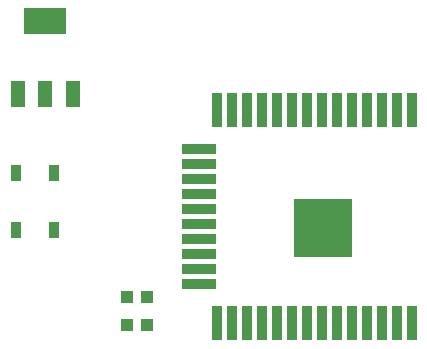
<source format=gbp>
G75*
%MOIN*%
%OFA0B0*%
%FSLAX25Y25*%
%IPPOS*%
%LPD*%
%AMOC8*
5,1,8,0,0,1.08239X$1,22.5*
%
%ADD10R,0.03543X0.11811*%
%ADD11R,0.11811X0.03543*%
%ADD12R,0.19685X0.19685*%
%ADD13R,0.03937X0.04331*%
%ADD14R,0.03740X0.05315*%
%ADD15R,0.04799X0.08799*%
%ADD16R,0.14173X0.08661*%
D10*
X0240912Y0069056D03*
X0245912Y0069056D03*
X0250912Y0069056D03*
X0255912Y0069056D03*
X0260912Y0069056D03*
X0265912Y0069056D03*
X0270912Y0069056D03*
X0275912Y0069056D03*
X0280912Y0069056D03*
X0285912Y0069056D03*
X0290912Y0069056D03*
X0295912Y0069056D03*
X0300912Y0069056D03*
X0305912Y0069056D03*
X0305912Y0139922D03*
X0300912Y0139922D03*
X0295912Y0139922D03*
X0290912Y0139922D03*
X0285912Y0139922D03*
X0280912Y0139922D03*
X0275912Y0139922D03*
X0270912Y0139922D03*
X0265912Y0139922D03*
X0260912Y0139922D03*
X0255912Y0139922D03*
X0250912Y0139922D03*
X0245912Y0139922D03*
X0240912Y0139922D03*
D11*
X0235007Y0126989D03*
X0235007Y0121989D03*
X0235007Y0116989D03*
X0235007Y0111989D03*
X0235007Y0106989D03*
X0235007Y0101989D03*
X0235007Y0096989D03*
X0235007Y0091989D03*
X0235007Y0086989D03*
X0235007Y0081989D03*
D12*
X0276345Y0100552D03*
D13*
X0217728Y0077806D03*
X0211035Y0077806D03*
X0211035Y0068431D03*
X0217728Y0068431D03*
D14*
X0173880Y0100085D03*
X0186478Y0100085D03*
X0186478Y0118982D03*
X0173880Y0118982D03*
D15*
X0174663Y0145364D03*
X0183761Y0145364D03*
X0192860Y0145364D03*
D16*
X0183761Y0169766D03*
M02*

</source>
